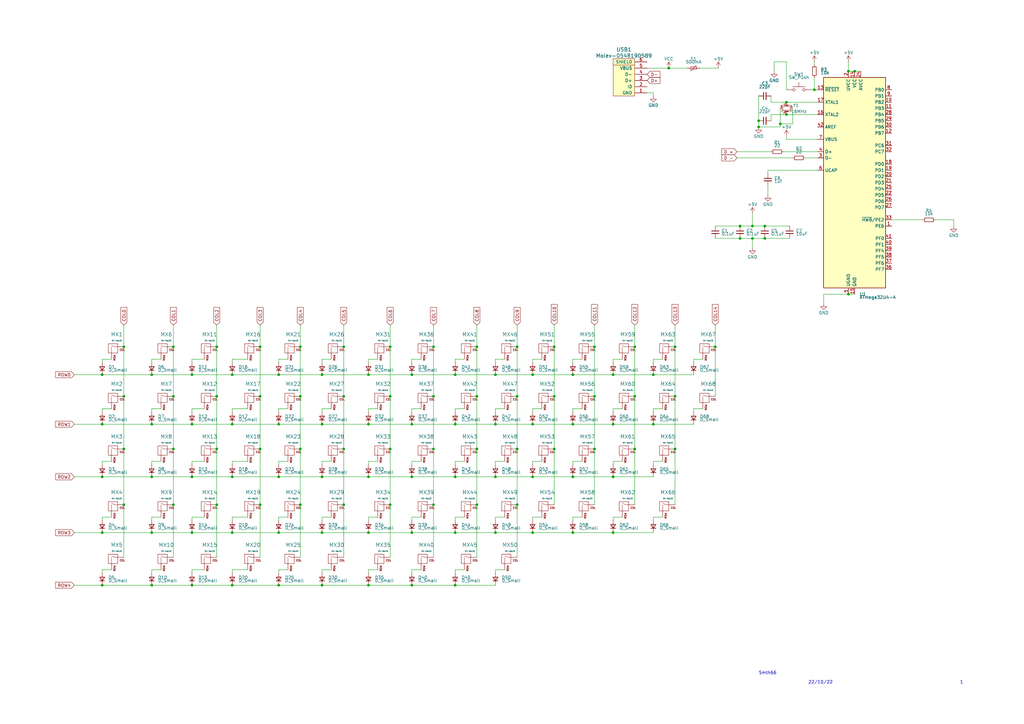
<source format=kicad_sch>
(kicad_sch (version 20220126) (generator eeschema)
  (paper "A3")
  (junction (at 186.69 240.03))
  (junction (at 243.84 184.15))
  (junction (at 106.68 184.15))
  (junction (at 195.58 162.56))
  (junction (at 78.74 195.58))
  (junction (at 308.61 97.79))
  (junction (at 251.46 153.67))
  (junction (at 168.91 173.99))
  (junction (at 106.68 162.56))
  (junction (at 243.84 162.56))
  (junction (at 276.86 184.15))
  (junction (at 62.23 218.44))
  (junction (at 311.15 49.53))
  (junction (at 212.09 184.15))
  (junction (at 227.33 162.56))
  (junction (at 95.25 240.03))
  (junction (at 218.44 173.99))
  (junction (at 177.8 162.56))
  (junction (at 168.91 153.67))
  (junction (at 123.19 184.15))
  (junction (at 274.32 27.94))
  (junction (at 227.33 184.15))
  (junction (at 114.3 240.03))
  (junction (at 41.91 153.67))
  (junction (at 303.53 92.71))
  (junction (at 71.12 184.15))
  (junction (at 71.12 142.24))
  (junction (at 260.35 142.24))
  (junction (at 195.58 184.15))
  (junction (at 218.44 153.67))
  (junction (at 227.33 142.24))
  (junction (at 347.98 29.21))
  (junction (at 114.3 218.44))
  (junction (at 78.74 218.44))
  (junction (at 140.97 162.56))
  (junction (at 132.08 240.03))
  (junction (at 251.46 195.58))
  (junction (at 212.09 162.56))
  (junction (at 78.74 153.67))
  (junction (at 50.8 207.01))
  (junction (at 151.13 153.67))
  (junction (at 95.25 153.67))
  (junction (at 41.91 195.58))
  (junction (at 234.95 153.67))
  (junction (at 234.95 195.58))
  (junction (at 267.97 173.99))
  (junction (at 50.8 142.24))
  (junction (at 267.97 153.67))
  (junction (at 132.08 218.44))
  (junction (at 71.12 207.01))
  (junction (at 186.69 173.99))
  (junction (at 151.13 240.03))
  (junction (at 140.97 142.24))
  (junction (at 95.25 218.44))
  (junction (at 71.12 162.56))
  (junction (at 114.3 153.67))
  (junction (at 313.69 92.71))
  (junction (at 260.35 162.56))
  (junction (at 132.08 153.67))
  (junction (at 88.9 142.24))
  (junction (at 132.08 173.99))
  (junction (at 195.58 207.01))
  (junction (at 186.69 195.58))
  (junction (at 151.13 195.58))
  (junction (at 243.84 142.24))
  (junction (at 160.02 142.24))
  (junction (at 168.91 218.44))
  (junction (at 313.69 97.79))
  (junction (at 123.19 207.01))
  (junction (at 203.2 173.99))
  (junction (at 140.97 184.15))
  (junction (at 195.58 142.24))
  (junction (at 186.69 218.44))
  (junction (at 151.13 173.99))
  (junction (at 160.02 207.01))
  (junction (at 251.46 173.99))
  (junction (at 334.01 36.83))
  (junction (at 160.02 162.56))
  (junction (at 62.23 240.03))
  (junction (at 311.15 52.07))
  (junction (at 106.68 142.24))
  (junction (at 322.58 46.99))
  (junction (at 218.44 195.58))
  (junction (at 41.91 173.99))
  (junction (at 160.02 184.15))
  (junction (at 114.3 195.58))
  (junction (at 177.8 207.01))
  (junction (at 106.68 207.01))
  (junction (at 350.52 29.21))
  (junction (at 212.09 207.01))
  (junction (at 320.04 50.8))
  (junction (at 260.35 184.15))
  (junction (at 140.97 207.01))
  (junction (at 78.74 173.99))
  (junction (at 50.8 184.15))
  (junction (at 276.86 162.56))
  (junction (at 114.3 173.99))
  (junction (at 177.8 142.24))
  (junction (at 276.86 142.24))
  (junction (at 78.74 240.03))
  (junction (at 168.91 240.03))
  (junction (at 203.2 153.67))
  (junction (at 293.37 142.24))
  (junction (at 151.13 218.44))
  (junction (at 186.69 153.67))
  (junction (at 50.8 162.56))
  (junction (at 95.25 195.58))
  (junction (at 168.91 195.58))
  (junction (at 234.95 218.44))
  (junction (at 251.46 218.44))
  (junction (at 88.9 207.01))
  (junction (at 88.9 162.56))
  (junction (at 88.9 184.15))
  (junction (at 218.44 218.44))
  (junction (at 62.23 195.58))
  (junction (at 62.23 173.99))
  (junction (at 123.19 162.56))
  (junction (at 303.53 97.79))
  (junction (at 203.2 195.58))
  (junction (at 132.08 195.58))
  (junction (at 41.91 240.03))
  (junction (at 322.58 41.91))
  (junction (at 123.19 142.24))
  (junction (at 203.2 218.44))
  (junction (at 234.95 173.99))
  (junction (at 177.8 184.15))
  (junction (at 62.23 153.67))
  (junction (at 41.91 218.44))
  (junction (at 95.25 173.99))
  (junction (at 347.98 120.65))
  (junction (at 308.61 92.71))
  (junction (at 212.09 142.24))
  (wire (pts (xy 234.95 212.09) (xy 234.95 213.36)))
  (wire (pts (xy 276.86 133.35) (xy 276.86 142.24)))
  (wire (pts (xy 118.11 189.23) (xy 114.3 189.23)))
  (wire (pts (xy 66.04 233.68) (xy 62.23 233.68)))
  (wire (pts (xy 66.04 189.23) (xy 62.23 189.23)))
  (wire (pts (xy 293.37 142.24) (xy 293.37 162.56)))
  (wire (pts (xy 101.6 233.68) (xy 95.25 233.68)))
  (wire (pts (xy 267.97 147.32) (xy 267.97 148.59)))
  (wire (pts (xy 271.78 147.32) (xy 267.97 147.32)))
  (wire (pts (xy 177.8 207.01) (xy 177.8 228.6)))
  (wire (pts (xy 45.72 147.32) (xy 41.91 147.32)))
  (wire (pts (xy 190.5 212.09) (xy 186.69 212.09)))
  (wire (pts (xy 78.74 167.64) (xy 78.74 168.91)))
  (wire (pts (xy 62.23 173.99) (xy 78.74 173.99)))
  (wire (pts (xy 218.44 167.64) (xy 218.44 168.91)))
  (wire (pts (xy 177.8 162.56) (xy 177.8 184.15)))
  (wire (pts (xy 154.94 212.09) (xy 151.13 212.09)))
  (wire (pts (xy 234.95 189.23) (xy 234.95 190.5)))
  (wire (pts (xy 160.02 184.15) (xy 160.02 207.01)))
  (wire (pts (xy 95.25 233.68) (xy 95.25 234.95)))
  (wire (pts (xy 234.95 195.58) (xy 251.46 195.58)))
  (wire (pts (xy 83.82 147.32) (xy 78.74 147.32)))
  (wire (pts (xy 114.3 167.64) (xy 114.3 168.91)))
  (wire (pts (xy 203.2 189.23) (xy 203.2 190.5)))
  (wire (pts (xy 218.44 189.23) (xy 218.44 190.5)))
  (wire (pts (xy 321.31 62.23) (xy 335.28 62.23)))
  (wire (pts (xy 30.48 195.58) (xy 41.91 195.58)))
  (wire (pts (xy 168.91 189.23) (xy 168.91 190.5)))
  (wire (pts (xy 118.11 212.09) (xy 114.3 212.09)))
  (wire (pts (xy 151.13 147.32) (xy 151.13 148.59)))
  (wire (pts (xy 203.2 233.68) (xy 203.2 234.95)))
  (wire (pts (xy 114.3 153.67) (xy 132.08 153.67)))
  (wire (pts (xy 322.58 36.83) (xy 322.58 25.4)))
  (wire (pts (xy 190.5 167.64) (xy 186.69 167.64)))
  (wire (pts (xy 154.94 147.32) (xy 151.13 147.32)))
  (wire (pts (xy 293.37 92.71) (xy 303.53 92.71)))
  (wire (pts (xy 140.97 142.24) (xy 140.97 162.56)))
  (wire (pts (xy 160.02 162.56) (xy 160.02 184.15)))
  (wire (pts (xy 317.5 25.4) (xy 317.5 29.21)))
  (wire (pts (xy 101.6 212.09) (xy 95.25 212.09)))
  (wire (pts (xy 276.86 142.24) (xy 276.86 162.56)))
  (wire (pts (xy 350.52 29.21) (xy 353.06 29.21)))
  (wire (pts (xy 123.19 207.01) (xy 123.19 228.6)))
  (wire (pts (xy 95.25 173.99) (xy 114.3 173.99)))
  (wire (pts (xy 168.91 153.67) (xy 186.69 153.67)))
  (wire (pts (xy 114.3 147.32) (xy 114.3 148.59)))
  (wire (pts (xy 62.23 189.23) (xy 62.23 190.5)))
  (wire (pts (xy 293.37 97.79) (xy 303.53 97.79)))
  (wire (pts (xy 114.3 233.68) (xy 114.3 234.95)))
  (wire (pts (xy 334.01 36.83) (xy 335.28 36.83)))
  (wire (pts (xy 347.98 120.65) (xy 337.82 120.65)))
  (wire (pts (xy 302.26 64.77) (xy 325.12 64.77)))
  (wire (pts (xy 308.61 97.79) (xy 308.61 101.6)))
  (wire (pts (xy 227.33 162.56) (xy 227.33 184.15)))
  (wire (pts (xy 168.91 233.68) (xy 168.91 234.95)))
  (wire (pts (xy 276.86 162.56) (xy 276.86 184.15)))
  (wire (pts (xy 222.25 189.23) (xy 218.44 189.23)))
  (wire (pts (xy 186.69 153.67) (xy 203.2 153.67)))
  (wire (pts (xy 186.69 189.23) (xy 186.69 190.5)))
  (wire (pts (xy 186.69 173.99) (xy 203.2 173.99)))
  (wire (pts (xy 267.97 38.1) (xy 267.97 39.37)))
  (wire (pts (xy 207.01 167.64) (xy 203.2 167.64)))
  (wire (pts (xy 195.58 142.24) (xy 195.58 162.56)))
  (wire (pts (xy 322.58 57.15) (xy 322.58 55.88)))
  (wire (pts (xy 114.3 240.03) (xy 132.08 240.03)))
  (wire (pts (xy 325.12 50.8) (xy 320.04 50.8)))
  (wire (pts (xy 222.25 212.09) (xy 218.44 212.09)))
  (wire (pts (xy 190.5 189.23) (xy 186.69 189.23)))
  (wire (pts (xy 41.91 195.58) (xy 62.23 195.58)))
  (wire (pts (xy 71.12 184.15) (xy 71.12 207.01)))
  (wire (pts (xy 293.37 133.35) (xy 293.37 142.24)))
  (wire (pts (xy 334.01 25.4) (xy 334.01 26.67)))
  (wire (pts (xy 207.01 147.32) (xy 203.2 147.32)))
  (wire (pts (xy 71.12 162.56) (xy 71.12 184.15)))
  (wire (pts (xy 78.74 233.68) (xy 78.74 234.95)))
  (wire (pts (xy 151.13 167.64) (xy 151.13 168.91)))
  (wire (pts (xy 151.13 212.09) (xy 151.13 213.36)))
  (wire (pts (xy 50.8 184.15) (xy 50.8 207.01)))
  (wire (pts (xy 106.68 142.24) (xy 106.68 162.56)))
  (wire (pts (xy 284.48 147.32) (xy 284.48 148.59)))
  (wire (pts (xy 118.11 147.32) (xy 114.3 147.32)))
  (wire (pts (xy 151.13 218.44) (xy 168.91 218.44)))
  (wire (pts (xy 151.13 195.58) (xy 168.91 195.58)))
  (wire (pts (xy 186.69 233.68) (xy 186.69 234.95)))
  (wire (pts (xy 195.58 162.56) (xy 195.58 184.15)))
  (wire (pts (xy 83.82 189.23) (xy 78.74 189.23)))
  (wire (pts (xy 177.8 142.24) (xy 177.8 162.56)))
  (wire (pts (xy 186.69 212.09) (xy 186.69 213.36)))
  (wire (pts (xy 260.35 133.35) (xy 260.35 142.24)))
  (wire (pts (xy 132.08 240.03) (xy 151.13 240.03)))
  (wire (pts (xy 234.95 218.44) (xy 251.46 218.44)))
  (wire (pts (xy 95.25 240.03) (xy 114.3 240.03)))
  (wire (pts (xy 62.23 218.44) (xy 78.74 218.44)))
  (wire (pts (xy 88.9 133.35) (xy 88.9 142.24)))
  (wire (pts (xy 186.69 240.03) (xy 203.2 240.03)))
  (wire (pts (xy 303.53 92.71) (xy 308.61 92.71)))
  (wire (pts (xy 62.23 153.67) (xy 78.74 153.67)))
  (wire (pts (xy 30.48 153.67) (xy 41.91 153.67)))
  (wire (pts (xy 212.09 207.01) (xy 212.09 228.6)))
  (wire (pts (xy 62.23 212.09) (xy 62.23 213.36)))
  (wire (pts (xy 251.46 147.32) (xy 251.46 148.59)))
  (wire (pts (xy 276.86 184.15) (xy 276.86 207.01)))
  (wire (pts (xy 251.46 173.99) (xy 267.97 173.99)))
  (wire (pts (xy 78.74 173.99) (xy 95.25 173.99)))
  (wire (pts (xy 172.72 233.68) (xy 168.91 233.68)))
  (wire (pts (xy 234.95 153.67) (xy 251.46 153.67)))
  (wire (pts (xy 218.44 212.09) (xy 218.44 213.36)))
  (wire (pts (xy 267.97 189.23) (xy 267.97 190.5)))
  (wire (pts (xy 207.01 233.68) (xy 203.2 233.68)))
  (wire (pts (xy 118.11 167.64) (xy 114.3 167.64)))
  (wire (pts (xy 132.08 189.23) (xy 132.08 190.5)))
  (wire (pts (xy 325.12 44.45) (xy 325.12 50.8)))
  (wire (pts (xy 332.74 36.83) (xy 334.01 36.83)))
  (wire (pts (xy 207.01 189.23) (xy 203.2 189.23)))
  (wire (pts (xy 251.46 218.44) (xy 267.97 218.44)))
  (wire (pts (xy 135.89 233.68) (xy 132.08 233.68)))
  (wire (pts (xy 95.25 153.67) (xy 114.3 153.67)))
  (wire (pts (xy 154.94 167.64) (xy 151.13 167.64)))
  (wire (pts (xy 132.08 195.58) (xy 151.13 195.58)))
  (wire (pts (xy 227.33 133.35) (xy 227.33 142.24)))
  (wire (pts (xy 243.84 142.24) (xy 243.84 162.56)))
  (wire (pts (xy 71.12 133.35) (xy 71.12 142.24)))
  (wire (pts (xy 62.23 195.58) (xy 78.74 195.58)))
  (wire (pts (xy 78.74 212.09) (xy 78.74 213.36)))
  (wire (pts (xy 203.2 167.64) (xy 203.2 168.91)))
  (wire (pts (xy 234.95 147.32) (xy 234.95 148.59)))
  (wire (pts (xy 95.25 189.23) (xy 95.25 190.5)))
  (wire (pts (xy 50.8 207.01) (xy 50.8 228.6)))
  (wire (pts (xy 186.69 167.64) (xy 186.69 168.91)))
  (wire (pts (xy 255.27 212.09) (xy 251.46 212.09)))
  (wire (pts (xy 311.15 49.53) (xy 311.15 39.37)))
  (wire (pts (xy 123.19 142.24) (xy 123.19 162.56)))
  (wire (pts (xy 114.3 189.23) (xy 114.3 190.5)))
  (wire (pts (xy 391.16 90.17) (xy 391.16 92.71)))
  (wire (pts (xy 238.76 147.32) (xy 234.95 147.32)))
  (wire (pts (xy 168.91 212.09) (xy 168.91 213.36)))
  (wire (pts (xy 168.91 147.32) (xy 168.91 148.59)))
  (wire (pts (xy 41.91 147.32) (xy 41.91 148.59)))
  (wire (pts (xy 316.23 46.99) (xy 316.23 49.53)))
  (wire (pts (xy 78.74 153.67) (xy 95.25 153.67)))
  (wire (pts (xy 255.27 167.64) (xy 251.46 167.64)))
  (wire (pts (xy 177.8 184.15) (xy 177.8 207.01)))
  (wire (pts (xy 172.72 189.23) (xy 168.91 189.23)))
  (wire (pts (xy 151.13 153.67) (xy 168.91 153.67)))
  (wire (pts (xy 62.23 147.32) (xy 62.23 148.59)))
  (wire (pts (xy 260.35 184.15) (xy 260.35 207.01)))
  (wire (pts (xy 203.2 212.09) (xy 203.2 213.36)))
  (wire (pts (xy 88.9 142.24) (xy 88.9 162.56)))
  (wire (pts (xy 168.91 218.44) (xy 186.69 218.44)))
  (wire (pts (xy 365.76 90.17) (xy 378.46 90.17)))
  (wire (pts (xy 222.25 147.32) (xy 218.44 147.32)))
  (wire (pts (xy 203.2 195.58) (xy 218.44 195.58)))
  (wire (pts (xy 62.23 167.64) (xy 62.23 168.91)))
  (wire (pts (xy 271.78 167.64) (xy 267.97 167.64)))
  (wire (pts (xy 41.91 173.99) (xy 62.23 173.99)))
  (wire (pts (xy 106.68 133.35) (xy 106.68 142.24)))
  (wire (pts (xy 45.72 167.64) (xy 41.91 167.64)))
  (wire (pts (xy 186.69 218.44) (xy 203.2 218.44)))
  (wire (pts (xy 347.98 25.4) (xy 347.98 29.21)))
  (wire (pts (xy 255.27 189.23) (xy 251.46 189.23)))
  (wire (pts (xy 251.46 153.67) (xy 267.97 153.67)))
  (wire (pts (xy 132.08 212.09) (xy 132.08 213.36)))
  (wire (pts (xy 322.58 41.91) (xy 316.23 41.91)))
  (wire (pts (xy 106.68 162.56) (xy 106.68 184.15)))
  (wire (pts (xy 260.35 162.56) (xy 260.35 184.15)))
  (wire (pts (xy 203.2 147.32) (xy 203.2 148.59)))
  (wire (pts (xy 218.44 195.58) (xy 234.95 195.58)))
  (wire (pts (xy 83.82 167.64) (xy 78.74 167.64)))
  (wire (pts (xy 50.8 162.56) (xy 50.8 184.15)))
  (wire (pts (xy 195.58 207.01) (xy 195.58 228.6)))
  (wire (pts (xy 140.97 162.56) (xy 140.97 184.15)))
  (wire (pts (xy 267.97 212.09) (xy 267.97 213.36)))
  (wire (pts (xy 322.58 41.91) (xy 335.28 41.91)))
  (wire (pts (xy 114.3 212.09) (xy 114.3 213.36)))
  (wire (pts (xy 288.29 147.32) (xy 284.48 147.32)))
  (wire (pts (xy 212.09 133.35) (xy 212.09 142.24)))
  (wire (pts (xy 135.89 147.32) (xy 132.08 147.32)))
  (wire (pts (xy 271.78 212.09) (xy 267.97 212.09)))
  (wire (pts (xy 195.58 184.15) (xy 195.58 207.01)))
  (wire (pts (xy 114.3 195.58) (xy 132.08 195.58)))
  (wire (pts (xy 83.82 212.09) (xy 78.74 212.09)))
  (wire (pts (xy 243.84 162.56) (xy 243.84 184.15)))
  (wire (pts (xy 314.96 76.2) (xy 314.96 80.01)))
  (wire (pts (xy 186.69 195.58) (xy 203.2 195.58)))
  (wire (pts (xy 260.35 142.24) (xy 260.35 162.56)))
  (wire (pts (xy 135.89 212.09) (xy 132.08 212.09)))
  (wire (pts (xy 383.54 90.17) (xy 391.16 90.17)))
  (wire (pts (xy 132.08 173.99) (xy 151.13 173.99)))
  (wire (pts (xy 172.72 147.32) (xy 168.91 147.32)))
  (wire (pts (xy 203.2 173.99) (xy 218.44 173.99)))
  (wire (pts (xy 30.48 173.99) (xy 41.91 173.99)))
  (wire (pts (xy 320.04 50.8) (xy 320.04 44.45)))
  (wire (pts (xy 88.9 207.01) (xy 88.9 228.6)))
  (wire (pts (xy 320.04 52.07) (xy 311.15 52.07)))
  (wire (pts (xy 347.98 29.21) (xy 350.52 29.21)))
  (wire (pts (xy 234.95 173.99) (xy 251.46 173.99)))
  (wire (pts (xy 313.69 97.79) (xy 323.85 97.79)))
  (wire (pts (xy 251.46 167.64) (xy 251.46 168.91)))
  (wire (pts (xy 308.61 97.79) (xy 313.69 97.79)))
  (wire (pts (xy 151.13 173.99) (xy 168.91 173.99)))
  (wire (pts (xy 66.04 167.64) (xy 62.23 167.64)))
  (wire (pts (xy 140.97 184.15) (xy 140.97 207.01)))
  (wire (pts (xy 41.91 218.44) (xy 62.23 218.44)))
  (wire (pts (xy 41.91 167.64) (xy 41.91 168.91)))
  (wire (pts (xy 132.08 153.67) (xy 151.13 153.67)))
  (wire (pts (xy 334.01 31.75) (xy 334.01 36.83)))
  (wire (pts (xy 212.09 142.24) (xy 212.09 162.56)))
  (wire (pts (xy 151.13 189.23) (xy 151.13 190.5)))
  (wire (pts (xy 271.78 189.23) (xy 267.97 189.23)))
  (wire (pts (xy 30.48 240.03) (xy 41.91 240.03)))
  (wire (pts (xy 132.08 147.32) (xy 132.08 148.59)))
  (wire (pts (xy 41.91 153.67) (xy 62.23 153.67)))
  (wire (pts (xy 251.46 212.09) (xy 251.46 213.36)))
  (wire (pts (xy 30.48 218.44) (xy 41.91 218.44)))
  (wire (pts (xy 203.2 218.44) (xy 218.44 218.44)))
  (wire (pts (xy 314.96 69.85) (xy 314.96 71.12)))
  (wire (pts (xy 123.19 133.35) (xy 123.19 142.24)))
  (wire (pts (xy 303.53 97.79) (xy 308.61 97.79)))
  (wire (pts (xy 337.82 120.65) (xy 337.82 124.46)))
  (wire (pts (xy 160.02 207.01) (xy 160.02 228.6)))
  (wire (pts (xy 78.74 240.03) (xy 95.25 240.03)))
  (wire (pts (xy 66.04 212.09) (xy 62.23 212.09)))
  (wire (pts (xy 207.01 212.09) (xy 203.2 212.09)))
  (wire (pts (xy 140.97 133.35) (xy 140.97 142.24)))
  (wire (pts (xy 322.58 46.99) (xy 316.23 46.99)))
  (wire (pts (xy 322.58 46.99) (xy 335.28 46.99)))
  (wire (pts (xy 114.3 173.99) (xy 132.08 173.99)))
  (wire (pts (xy 41.91 212.09) (xy 41.91 213.36)))
  (wire (pts (xy 274.32 27.94) (xy 281.94 27.94)))
  (wire (pts (xy 203.2 153.67) (xy 218.44 153.67)))
  (wire (pts (xy 123.19 184.15) (xy 123.19 207.01)))
  (wire (pts (xy 101.6 167.64) (xy 95.25 167.64)))
  (wire (pts (xy 62.23 233.68) (xy 62.23 234.95)))
  (wire (pts (xy 151.13 240.03) (xy 168.91 240.03)))
  (wire (pts (xy 160.02 133.35) (xy 160.02 142.24)))
  (wire (pts (xy 168.91 173.99) (xy 186.69 173.99)))
  (wire (pts (xy 78.74 189.23) (xy 78.74 190.5)))
  (wire (pts (xy 71.12 207.01) (xy 71.12 228.6)))
  (wire (pts (xy 168.91 240.03) (xy 186.69 240.03)))
  (wire (pts (xy 255.27 147.32) (xy 251.46 147.32)))
  (wire (pts (xy 195.58 133.35) (xy 195.58 142.24)))
  (wire (pts (xy 222.25 167.64) (xy 218.44 167.64)))
  (wire (pts (xy 186.69 147.32) (xy 186.69 148.59)))
  (wire (pts (xy 151.13 233.68) (xy 151.13 234.95)))
  (wire (pts (xy 88.9 162.56) (xy 88.9 184.15)))
  (wire (pts (xy 160.02 142.24) (xy 160.02 162.56)))
  (wire (pts (xy 95.25 167.64) (xy 95.25 168.91)))
  (wire (pts (xy 172.72 212.09) (xy 168.91 212.09)))
  (wire (pts (xy 83.82 233.68) (xy 78.74 233.68)))
  (wire (pts (xy 335.28 69.85) (xy 314.96 69.85)))
  (wire (pts (xy 308.61 87.63) (xy 308.61 92.71)))
  (wire (pts (xy 313.69 92.71) (xy 323.85 92.71)))
  (wire (pts (xy 41.91 240.03) (xy 62.23 240.03)))
  (wire (pts (xy 238.76 189.23) (xy 234.95 189.23)))
  (wire (pts (xy 330.2 64.77) (xy 335.28 64.77)))
  (wire (pts (xy 114.3 218.44) (xy 132.08 218.44)))
  (wire (pts (xy 95.25 195.58) (xy 114.3 195.58)))
  (wire (pts (xy 45.72 189.23) (xy 41.91 189.23)))
  (wire (pts (xy 78.74 195.58) (xy 95.25 195.58)))
  (wire (pts (xy 132.08 167.64) (xy 135.89 167.64)))
  (wire (pts (xy 177.8 133.35) (xy 177.8 142.24)))
  (wire (pts (xy 41.91 233.68) (xy 41.91 234.95)))
  (wire (pts (xy 218.44 173.99) (xy 234.95 173.99)))
  (wire (pts (xy 95.25 147.32) (xy 95.25 148.59)))
  (wire (pts (xy 45.72 212.09) (xy 41.91 212.09)))
  (wire (pts (xy 316.23 41.91) (xy 316.23 39.37)))
  (wire (pts (xy 154.94 233.68) (xy 151.13 233.68)))
  (wire (pts (xy 322.58 57.15) (xy 335.28 57.15)))
  (wire (pts (xy 267.97 173.99) (xy 284.48 173.99)))
  (wire (pts (xy 350.52 120.65) (xy 347.98 120.65)))
  (wire (pts (xy 238.76 167.64) (xy 234.95 167.64)))
  (wire (pts (xy 320.04 50.8) (xy 320.04 52.07)))
  (wire (pts (xy 284.48 167.64) (xy 284.48 168.91)))
  (wire (pts (xy 41.91 189.23) (xy 41.91 190.5)))
  (wire (pts (xy 265.43 38.1) (xy 267.97 38.1)))
  (wire (pts (xy 132.08 218.44) (xy 151.13 218.44)))
  (wire (pts (xy 66.04 147.32) (xy 62.23 147.32)))
  (wire (pts (xy 45.72 233.68) (xy 41.91 233.68)))
  (wire (pts (xy 227.33 184.15) (xy 227.33 207.01)))
  (wire (pts (xy 243.84 133.35) (xy 243.84 142.24)))
  (wire (pts (xy 168.91 167.64) (xy 168.91 168.91)))
  (wire (pts (xy 135.89 189.23) (xy 132.08 189.23)))
  (wire (pts (xy 123.19 162.56) (xy 123.19 184.15)))
  (wire (pts (xy 88.9 184.15) (xy 88.9 207.01)))
  (wire (pts (xy 251.46 195.58) (xy 267.97 195.58)))
  (wire (pts (xy 218.44 153.67) (xy 234.95 153.67)))
  (wire (pts (xy 50.8 142.24) (xy 50.8 162.56)))
  (wire (pts (xy 234.95 167.64) (xy 234.95 168.91)))
  (wire (pts (xy 154.94 189.23) (xy 151.13 189.23)))
  (wire (pts (xy 132.08 233.68) (xy 132.08 234.95)))
  (wire (pts (xy 212.09 162.56) (xy 212.09 184.15)))
  (wire (pts (xy 311.15 52.07) (xy 311.15 49.53)))
  (wire (pts (xy 168.91 195.58) (xy 186.69 195.58)))
  (wire (pts (xy 265.43 27.94) (xy 274.32 27.94)))
  (wire (pts (xy 101.6 147.32) (xy 95.25 147.32)))
  (wire (pts (xy 132.08 167.64) (xy 132.08 168.91)))
  (wire (pts (xy 78.74 218.44) (xy 95.25 218.44)))
  (wire (pts (xy 267.97 153.67) (xy 284.48 153.67)))
  (wire (pts (xy 218.44 218.44) (xy 234.95 218.44)))
  (wire (pts (xy 322.58 25.4) (xy 317.5 25.4)))
  (wire (pts (xy 172.72 167.64) (xy 168.91 167.64)))
  (wire (pts (xy 140.97 207.01) (xy 140.97 228.6)))
  (wire (pts (xy 62.23 240.03) (xy 78.74 240.03)))
  (wire (pts (xy 243.84 184.15) (xy 243.84 207.01)))
  (wire (pts (xy 288.29 167.64) (xy 284.48 167.64)))
  (wire (pts (xy 308.61 92.71) (xy 313.69 92.71)))
  (wire (pts (xy 71.12 142.24) (xy 71.12 162.56)))
  (wire (pts (xy 238.76 212.09) (xy 234.95 212.09)))
  (wire (pts (xy 190.5 233.68) (xy 186.69 233.68)))
  (wire (pts (xy 227.33 142.24) (xy 227.33 162.56)))
  (wire (pts (xy 251.46 189.23) (xy 251.46 190.5)))
  (wire (pts (xy 302.26 62.23) (xy 316.23 62.23)))
  (wire (pts (xy 78.74 147.32) (xy 78.74 148.59)))
  (wire (pts (xy 95.25 218.44) (xy 114.3 218.44)))
  (wire (pts (xy 267.97 167.64) (xy 267.97 168.91)))
  (wire (pts (xy 212.09 184.15) (xy 212.09 207.01)))
  (wire (pts (xy 190.5 147.32) (xy 186.69 147.32)))
  (wire (pts (xy 218.44 147.32) (xy 218.44 148.59)))
  (wire (pts (xy 106.68 207.01) (xy 106.68 228.6)))
  (wire (pts (xy 118.11 233.68) (xy 114.3 233.68)))
  (wire (pts (xy 50.8 133.35) (xy 50.8 142.24)))
  (wire (pts (xy 95.25 212.09) (xy 95.25 213.36)))
  (wire (pts (xy 101.6 189.23) (xy 95.25 189.23)))
  (wire (pts (xy 287.02 27.94) (xy 294.64 27.94)))
  (wire (pts (xy 106.68 184.15) (xy 106.68 207.01)))
  (text "Smth66" (at 311.15 276.86 0) (effects (font (size 1.27 1.27)) (justify left bottom)))
  (text "22/10/22\n" (at 331.47 280.67 0) (effects (font (size 1.27 1.27)) (justify left bottom)))
  (text "1" (at 393.7 280.67 0) (effects (font (size 1.27 1.27)) (justify left bottom)))
  (global_label "COL14" (shape input) (at 293.37 133.35 90) (property "Intersheetrefs" "${INTERSHEET_REFS}" (effects hide)))
  (global_label "COL3" (shape input) (at 106.68 133.35 90) (property "Intersheetrefs" "${INTERSHEET_REFS}" (effects hide)))
  (global_label "COL5" (shape input) (at 140.97 133.35 90) (property "Intersheetrefs" "${INTERSHEET_REFS}" (effects hide)))
  (global_label "D+" (shape input) (at 265.43 33.02 0) (property "Intersheetrefs" "${INTERSHEET_REFS}" (effects hide)))
  (global_label "D-" (shape input) (at 265.43 30.48 0) (property "Intersheetrefs" "${INTERSHEET_REFS}" (effects hide)))
  (global_label "ROW0" (shape input) (at 30.48 153.67 180) (property "Intersheetrefs" "${INTERSHEET_REFS}" (effects hide)))
  (global_label "COL7" (shape input) (at 177.8 133.35 90) (property "Intersheetrefs" "${INTERSHEET_REFS}" (effects hide)))
  (global_label "COL1" (shape input) (at 71.12 133.35 90) (property "Intersheetrefs" "${INTERSHEET_REFS}" (effects hide)))
  (global_label "COL9" (shape input) (at 212.09 133.35 90) (property "Intersheetrefs" "${INTERSHEET_REFS}" (effects hide)))
  (global_label "ROW1" (shape input) (at 30.48 173.99 180) (property "Intersheetrefs" "${INTERSHEET_REFS}" (effects hide)))
  (global_label "COL6" (shape input) (at 160.02 133.35 90) (property "Intersheetrefs" "${INTERSHEET_REFS}" (effects hide)))
  (global_label "ROW2" (shape input) (at 30.48 195.58 180) (property "Intersheetrefs" "${INTERSHEET_REFS}" (effects hide)))
  (global_label "ROW4" (shape input) (at 30.48 240.03 180) (property "Intersheetrefs" "${INTERSHEET_REFS}" (effects hide)))
  (global_label "D +" (shape input) (at 302.26 62.23 180) (property "Intersheetrefs" "${INTERSHEET_REFS}" (effects hide)))
  (global_label "COL12" (shape input) (at 260.35 133.35 90) (property "Intersheetrefs" "${INTERSHEET_REFS}" (effects hide)))
  (global_label "COL0" (shape input) (at 50.8 133.35 90) (property "Intersheetrefs" "${INTERSHEET_REFS}" (effects hide)))
  (global_label "ROW3" (shape input) (at 30.48 218.44 180) (property "Intersheetrefs" "${INTERSHEET_REFS}" (effects hide)))
  (global_label "COL8" (shape input) (at 195.58 133.35 90) (property "Intersheetrefs" "${INTERSHEET_REFS}" (effects hide)))
  (global_label "COL2" (shape input) (at 88.9 133.35 90) (property "Intersheetrefs" "${INTERSHEET_REFS}" (effects hide)))
  (global_label "D -" (shape input) (at 302.26 64.77 180) (property "Intersheetrefs" "${INTERSHEET_REFS}" (effects hide)))
  (global_label "COL4" (shape input) (at 123.19 133.35 90) (property "Intersheetrefs" "${INTERSHEET_REFS}" (effects hide)))
  (global_label "COL11" (shape input) (at 243.84 133.35 90) (property "Intersheetrefs" "${INTERSHEET_REFS}" (effects hide)))
  (global_label "COL10" (shape input) (at 227.33 133.35 90) (property "Intersheetrefs" "${INTERSHEET_REFS}" (effects hide)))
  (global_label "COL13" (shape input) (at 276.86 133.35 90) (property "Intersheetrefs" "${INTERSHEET_REFS}" (effects hide)))
  (symbol (lib_id "Device:D_Small") (at 78.74 151.13 90) (unit 1)
    (property "Reference" "D11" (at 81.28 150.495 90) (effects (justify right)))
    (property "Value" "D_Small" (at 81.28 151.765 90) (effects (justify right)))
    (property "Footprint" "Diode_SMD:D_SOD-123" (effects hide))
  )
  (symbol (lib_id "MX_Alps_Hybrid:MX-NoLED") (at 156.21 208.28 0) (unit 1)
    (property "Reference" "MX34" (at 157.1075 201.93 0) (effects (font (size 1.524 1.524))))
    (property "Value" "MX-NoLED" (at 157.1075 204.47 0) (effects (font (size 0.508 0.508))))
    (property "Footprint" "MX_Alps_Hybrid:MX-1U-NoLED" (effects hide))
  )
  (symbol (lib_id "power:GND") (at 391.16 92.71 0) (unit 1)
    (property "Reference" "#PWR0103" (effects hide))
    (property "Value" "GND" (at 391.16 96.52 0))
  )
  (symbol (lib_id "Device:D_Small") (at 78.74 171.45 90) (unit 1)
    (property "Reference" "D12" (at 81.28 170.815 90) (effects (justify right)))
    (property "Value" "D_Small" (at 81.28 172.085 90) (effects (justify right)))
    (property "Footprint" "Diode_SMD:D_SOD-123" (effects hide))
  )
  (symbol (lib_name "MX-NoLED_1") (lib_id "MX_Alps_Hybrid:MX-NoLED") (at 273.05 143.51 0) (unit 1)
    (property "Reference" "MX63" (at 273.9475 137.16 0) (effects (font (size 1.524 1.524))))
    (property "Value" "MX-NoLED" (at 273.9475 139.7 0) (effects (font (size 0.508 0.508))))
    (property "Footprint" "MX_Alps_Hybrid:MX-2U-NoLED" (effects hide))
  )
  (symbol (lib_name "MX-NoLED_2") (lib_id "MX_Alps_Hybrid:MX-NoLED") (at 137.16 163.83 0) (unit 1)
    (property "Reference" "MX27" (at 138.0575 157.48 0) (effects (font (size 1.524 1.524))))
    (property "Value" "MX-NoLED" (at 138.0575 160.02 0) (effects (font (size 0.508 0.508))))
    (property "Footprint" "MX_Alps_Hybrid:MX-1U-NoLED" (effects hide))
  )
  (symbol (lib_id "Device:D_Small") (at 203.2 151.13 90) (unit 1)
    (property "Reference" "D46" (at 205.74 150.495 90) (effects (justify right)))
    (property "Value" "D_Small" (at 205.74 151.765 90) (effects (justify right)))
    (property "Footprint" "Diode_SMD:D_SOD-123" (effects hide))
  )
  (symbol (lib_id "Device:D_Small") (at 284.48 151.13 90) (unit 1)
    (property "Reference" "D67" (at 287.02 150.495 90) (effects (justify right)))
    (property "Value" "D_Small" (at 287.02 151.765 90) (effects (justify right)))
    (property "Footprint" "Diode_SMD:D_SOD-123" (effects hide))
  )
  (symbol (lib_id "MX_Alps_Hybrid:MX-NoLED") (at 208.28 185.42 0) (unit 1)
    (property "Reference" "MX48" (at 209.1775 179.07 0) (effects (font (size 1.524 1.524))))
    (property "Value" "MX-NoLED" (at 209.1775 181.61 0) (effects (font (size 0.508 0.508))))
    (property "Footprint" "MX_Alps_Hybrid:MX-1U-NoLED" (effects hide))
  )
  (symbol (lib_name "MX-NoLED_1") (lib_id "MX_Alps_Hybrid:MX-NoLED") (at 289.56 143.51 0) (unit 1)
    (property "Reference" "MX67" (at 290.4575 137.16 0) (effects (font (size 1.524 1.524))))
    (property "Value" "MX-NoLED" (at 290.4575 139.7 0) (effects (font (size 0.508 0.508))))
    (property "Footprint" "MX_Alps_Hybrid:MX-1U-NoLED" (effects hide))
  )
  (symbol (lib_id "Device:D_Small") (at 95.25 237.49 90) (unit 1)
    (property "Reference" "D20" (at 97.79 236.855 90) (effects (justify right)))
    (property "Value" "D_Small" (at 97.79 238.125 90) (effects (justify right)))
    (property "Footprint" "Diode_SMD:D_SOD-123" (effects hide))
  )
  (symbol (lib_name "MX-NoLED_1") (lib_id "MX_Alps_Hybrid:MX-NoLED") (at 156.21 143.51 0) (unit 1)
    (property "Reference" "MX31" (at 157.1075 137.16 0) (effects (font (size 1.524 1.524))))
    (property "Value" "MX-NoLED" (at 157.1075 139.7 0) (effects (font (size 0.508 0.508))))
    (property "Footprint" "MX_Alps_Hybrid:MX-1U-NoLED" (effects hide))
  )
  (symbol (lib_id "Device:Polyfuse_Small") (at 284.48 27.94 90) (unit 1)
    (property "Reference" "F1" (at 284.48 24.13 90))
    (property "Value" "500mA" (at 284.48 25.4 90))
    (property "Footprint" "Fuse:Fuse_1206_3216Metric" (effects hide))
  )
  (symbol (lib_id "Device:D_Small") (at 151.13 237.49 90) (unit 1)
    (property "Reference" "D35" (at 153.67 236.855 90) (effects (justify right)))
    (property "Value" "D_Small" (at 153.67 238.125 90) (effects (justify right)))
    (property "Footprint" "Diode_SMD:D_SOD-123" (effects hide))
  )
  (symbol (lib_name "MX-NoLED_1") (lib_id "MX_Alps_Hybrid:MX-NoLED") (at 191.77 143.51 0) (unit 1)
    (property "Reference" "MX41" (at 192.6675 137.16 0) (effects (font (size 1.524 1.524))))
    (property "Value" "MX-NoLED" (at 192.6675 139.7 0) (effects (font (size 0.508 0.508))))
    (property "Footprint" "MX_Alps_Hybrid:MX-1U-NoLED" (effects hide))
  )
  (symbol (lib_id "MX_Alps_Hybrid:MX-NoLED") (at 173.99 208.28 0) (unit 1)
    (property "Reference" "MX39" (at 174.8875 201.93 0) (effects (font (size 1.524 1.524))))
    (property "Value" "MX-NoLED" (at 174.8875 204.47 0) (effects (font (size 0.508 0.508))))
    (property "Footprint" "MX_Alps_Hybrid:MX-1U-NoLED" (effects hide))
  )
  (symbol (lib_id "MX_Alps_Hybrid:MX-NoLED") (at 256.54 185.42 0) (unit 1)
    (property "Reference" "MX61" (at 257.4375 179.07 0) (effects (font (size 1.524 1.524))))
    (property "Value" "MX-NoLED" (at 257.4375 181.61 0) (effects (font (size 0.508 0.508))))
    (property "Footprint" "MX_Alps_Hybrid:MX-2.25U-NoLED" (effects hide))
  )
  (symbol (lib_id "Device:D_Small") (at 251.46 171.45 90) (unit 1)
    (property "Reference" "D60" (at 254 170.815 90) (effects (justify right)))
    (property "Value" "D_Small" (at 254 172.085 90) (effects (justify right)))
    (property "Footprint" "Diode_SMD:D_SOD-123" (effects hide))
  )
  (symbol (lib_id "MX_Alps_Hybrid:MX-NoLED") (at 173.99 229.87 0) (unit 1)
    (property "Reference" "MX40" (at 174.8875 223.52 0) (effects (font (size 1.524 1.524))))
    (property "Value" "MX-NoLED" (at 174.8875 226.06 0) (effects (font (size 0.508 0.508))))
    (property "Footprint" "MX_Alps_Hybrid:MX-1U-NoLED" (effects hide))
  )
  (symbol (lib_id "Device:D_Small") (at 78.74 193.04 90) (unit 1)
    (property "Reference" "D13" (at 81.28 192.405 90) (effects (justify right)))
    (property "Value" "D_Small" (at 81.28 193.675 90) (effects (justify right)))
    (property "Footprint" "Diode_SMD:D_SOD-123" (effects hide))
  )
  (symbol (lib_id "Device:D_Small") (at 41.91 171.45 90) (unit 1)
    (property "Reference" "D2" (at 44.45 170.815 90) (effects (justify right)))
    (property "Value" "D_Small" (at 44.45 172.085 90) (effects (justify right)))
    (property "Footprint" "Diode_SMD:D_SOD-123" (effects hide))
  )
  (symbol (lib_id "power:GND") (at 337.82 124.46 0) (unit 1)
    (property "Reference" "#PWR0101" (effects hide))
    (property "Value" "GND" (at 337.82 128.27 0))
  )
  (symbol (lib_name "MX-NoLED_1") (lib_id "MX_Alps_Hybrid:MX-NoLED") (at 240.03 143.51 0) (unit 1)
    (property "Reference" "MX55" (at 240.9275 137.16 0) (effects (font (size 1.524 1.524))))
    (property "Value" "MX-NoLED" (at 240.9275 139.7 0) (effects (font (size 0.508 0.508))))
    (property "Footprint" "MX_Alps_Hybrid:MX-1U-NoLED" (effects hide))
  )
  (symbol (lib_id "power:+5V") (at 294.64 27.94 0) (unit 1)
    (property "Reference" "#PWR0113" (effects hide))
    (property "Value" "+5V" (at 294.64 24.13 0))
  )
  (symbol (lib_id "Device:D_Small") (at 62.23 151.13 90) (unit 1)
    (property "Reference" "D6" (at 64.77 150.495 90) (effects (justify right)))
    (property "Value" "D_Small" (at 64.77 151.765 90) (effects (justify right)))
    (property "Footprint" "Diode_SMD:D_SOD-123" (effects hide))
  )
  (symbol (lib_id "Device:D_Small") (at 234.95 215.9 90) (unit 1)
    (property "Reference" "D58" (at 237.49 215.265 90) (effects (justify right)))
    (property "Value" "D_Small" (at 237.49 216.535 90) (effects (justify right)))
    (property "Footprint" "Diode_SMD:D_SOD-123" (effects hide))
  )
  (symbol (lib_id "Device:C_Small") (at 313.69 95.25 0) (unit 1)
    (property "Reference" "C5" (at 316.23 94.6213 0) (effects (justify left)))
    (property "Value" "0.1uF" (at 316.23 95.8913 0) (effects (justify left)))
    (property "Footprint" "Capacitor_SMD:C_0805_2012Metric" (effects hide))
  )
  (symbol (lib_name "MX-NoLED_2") (lib_id "MX_Alps_Hybrid:MX-NoLED") (at 119.38 163.83 0) (unit 1)
    (property "Reference" "MX22" (at 120.2775 157.48 0) (effects (font (size 1.524 1.524))))
    (property "Value" "MX-NoLED" (at 120.2775 160.02 0) (effects (font (size 0.508 0.508))))
    (property "Footprint" "MX_Alps_Hybrid:MX-1U-NoLED" (effects hide))
  )
  (symbol (lib_id "Device:C_Small") (at 313.69 39.37 90) (unit 1)
    (property "Reference" "C3" (at 313.6963 34.29 90))
    (property "Value" "22pF" (at 313.6963 35.56 90))
    (property "Footprint" "Capacitor_SMD:C_0805_2012Metric" (effects hide))
  )
  (symbol (lib_name "MX-NoLED_2") (lib_id "MX_Alps_Hybrid:MX-NoLED") (at 191.77 163.83 0) (unit 1)
    (property "Reference" "MX42" (at 192.6675 157.48 0) (effects (font (size 1.524 1.524))))
    (property "Value" "MX-NoLED" (at 192.6675 160.02 0) (effects (font (size 0.508 0.508))))
    (property "Footprint" "MX_Alps_Hybrid:MX-1U-NoLED" (effects hide))
  )
  (symbol (lib_name "MX-NoLED_2") (lib_id "MX_Alps_Hybrid:MX-NoLED") (at 102.87 163.83 0) (unit 1)
    (property "Reference" "MX17" (at 103.7675 157.48 0) (effects (font (size 1.524 1.524))))
    (property "Value" "MX-NoLED" (at 103.7675 160.02 0) (effects (font (size 0.508 0.508))))
    (property "Footprint" "MX_Alps_Hybrid:MX-1U-NoLED" (effects hide))
  )
  (symbol (lib_id "MX_Alps_Hybrid:MX-NoLED") (at 240.03 185.42 0) (unit 1)
    (property "Reference" "MX57" (at 240.9275 179.07 0) (effects (font (size 1.524 1.524))))
    (property "Value" "MX-NoLED" (at 240.9275 181.61 0) (effects (font (size 0.508 0.508))))
    (property "Footprint" "MX_Alps_Hybrid:MX-1U-NoLED" (effects hide))
  )
  (symbol (lib_id "Device:D_Small") (at 234.95 193.04 90) (unit 1)
    (property "Reference" "D57" (at 237.49 192.405 90) (effects (justify right)))
    (property "Value" "D_Small" (at 237.49 193.675 90) (effects (justify right)))
    (property "Footprint" "Diode_SMD:D_SOD-123" (effects hide))
  )
  (symbol (lib_id "MX_Alps_Hybrid:MX-NoLED") (at 137.16 229.87 0) (unit 1)
    (property "Reference" "MX30" (at 138.0575 223.52 0) (effects (font (size 1.524 1.524))))
    (property "Value" "MX-NoLED" (at 138.0575 226.06 0) (effects (font (size 0.508 0.508))))
    (property "Footprint" "MX_Alps_Hybrid:MX-1.25U-NoLED" (effects hide))
  )
  (symbol (lib_id "power:VCC") (at 274.32 27.94 0) (unit 1)
    (property "Reference" "#PWR0112" (effects hide))
    (property "Value" "VCC" (at 274.32 24.13 0))
  )
  (symbol (lib_id "Device:D_Small") (at 251.46 215.9 90) (unit 1)
    (property "Reference" "D62" (at 254 215.265 90) (effects (justify right)))
    (property "Value" "D_Small" (at 254 216.535 90) (effects (justify right)))
    (property "Footprint" "Diode_SMD:D_SOD-123" (effects hide))
  )
  (symbol (lib_name "MX-NoLED_2") (lib_id "MX_Alps_Hybrid:MX-NoLED") (at 240.03 163.83 0) (unit 1)
    (property "Reference" "MX56" (at 240.9275 157.48 0) (effects (font (size 1.524 1.524))))
    (property "Value" "MX-NoLED" (at 240.9275 160.02 0) (effects (font (size 0.508 0.508))))
    (property "Footprint" "MX_Alps_Hybrid:MX-1U-NoLED" (effects hide))
  )
  (symbol (lib_id "Device:D_Small") (at 186.69 237.49 90) (unit 1)
    (property "Reference" "D45" (at 189.23 236.855 90) (effects (justify right)))
    (property "Value" "D_Small" (at 189.23 238.125 90) (effects (justify right)))
    (property "Footprint" "Diode_SMD:D_SOD-123" (effects hide))
  )
  (symbol (lib_id "Device:D_Small") (at 218.44 171.45 90) (unit 1)
    (property "Reference" "D52" (at 220.98 170.815 90) (effects (justify right)))
    (property "Value" "D_Small" (at 220.98 172.085 90) (effects (justify right)))
    (property "Footprint" "Diode_SMD:D_SOD-123" (effects hide))
  )
  (symbol (lib_id "Device:D_Small") (at 95.25 171.45 90) (unit 1)
    (property "Reference" "D17" (at 97.79 170.815 90) (effects (justify right)))
    (property "Value" "D_Small" (at 97.79 172.085 90) (effects (justify right)))
    (property "Footprint" "Diode_SMD:D_SOD-123" (effects hide))
  )
  (symbol (lib_id "Switch:SW_Push") (at 327.66 36.83 0) (unit 1)
    (property "Reference" "SW1" (at 327.66 30.48 0))
    (property "Value" "SW_Push" (at 327.66 31.75 0))
    (property "Footprint" "random-keyboard-parts:SKQG-1155865" (effects hide))
  )
  (symbol (lib_id "Device:D_Small") (at 62.23 193.04 90) (unit 1)
    (property "Reference" "D8" (at 64.77 192.405 90) (effects (justify right)))
    (property "Value" "D_Small" (at 64.77 193.675 90) (effects (justify right)))
    (property "Footprint" "Diode_SMD:D_SOD-123" (effects hide))
  )
  (symbol (lib_id "Device:D_Small") (at 95.25 193.04 90) (unit 1)
    (property "Reference" "D18" (at 97.79 192.405 90) (effects (justify right)))
    (property "Value" "D_Small" (at 97.79 193.675 90) (effects (justify right)))
    (property "Footprint" "Diode_SMD:D_SOD-123" (effects hide))
  )
  (symbol (lib_id "Device:D_Small") (at 234.95 171.45 90) (unit 1)
    (property "Reference" "D56" (at 237.49 170.815 90) (effects (justify right)))
    (property "Value" "D_Small" (at 237.49 172.085 90) (effects (justify right)))
    (property "Footprint" "Diode_SMD:D_SOD-123" (effects hide))
  )
  (symbol (lib_id "Device:D_Small") (at 267.97 171.45 90) (unit 1)
    (property "Reference" "D64" (at 270.51 170.815 90) (effects (justify right)))
    (property "Value" "D_Small" (at 270.51 172.085 90) (effects (justify right)))
    (property "Footprint" "Diode_SMD:D_SOD-123" (effects hide))
  )
  (symbol (lib_id "MX_Alps_Hybrid:MX-NoLED") (at 67.31 229.87 0) (unit 1)
    (property "Reference" "MX10" (at 68.2075 223.52 0) (effects (font (size 1.524 1.524))))
    (property "Value" "MX-NoLED" (at 68.2075 226.06 0) (effects (font (size 0.508 0.508))))
    (property "Footprint" "MX_Alps_Hybrid:MX-1U-NoLED" (effects hide))
  )
  (symbol (lib_name "MX-NoLED_2") (lib_id "MX_Alps_Hybrid:MX-NoLED") (at 289.56 163.83 0) (unit 1)
    (property "Reference" "MX68" (at 290.4575 157.48 0) (effects (font (size 1.524 1.524))))
    (property "Value" "MX-NoLED" (at 290.4575 160.02 0) (effects (font (size 0.508 0.508))))
    (property "Footprint" "MX_Alps_Hybrid:MX-1U-NoLED" (effects hide))
  )
  (symbol (lib_id "Device:D_Small") (at 267.97 193.04 90) (unit 1)
    (property "Reference" "D65" (at 270.51 192.405 90) (effects (justify right)))
    (property "Value" "D_Small" (at 270.51 193.675 90) (effects (justify right)))
    (property "Footprint" "Diode_SMD:D_SOD-123" (effects hide))
  )
  (symbol (lib_id "MX_Alps_Hybrid:MX-NoLED") (at 85.09 185.42 0) (unit 1)
    (property "Reference" "MX13" (at 85.9875 179.07 0) (effects (font (size 1.524 1.524))))
    (property "Value" "MX-NoLED" (at 85.9875 181.61 0) (effects (font (size 0.508 0.508))))
    (property "Footprint" "MX_Alps_Hybrid:MX-1U-NoLED" (effects hide))
  )
  (symbol (lib_id "Device:D_Small") (at 132.08 237.49 90) (unit 1)
    (property "Reference" "D30" (at 134.62 236.855 90) (effects (justify right)))
    (property "Value" "D_Small" (at 134.62 238.125 90) (effects (justify right)))
    (property "Footprint" "Diode_SMD:D_SOD-123" (effects hide))
  )
  (symbol (lib_id "Device:D_Small") (at 168.91 151.13 90) (unit 1)
    (property "Reference" "D36" (at 171.45 150.495 90) (effects (justify right)))
    (property "Value" "D_Small" (at 171.45 151.765 90) (effects (justify right)))
    (property "Footprint" "Diode_SMD:D_SOD-123" (effects hide))
  )
  (symbol (lib_name "MX-NoLED_1") (lib_id "MX_Alps_Hybrid:MX-NoLED") (at 102.87 143.51 0) (unit 1)
    (property "Reference" "MX16" (at 103.7675 137.16 0) (effects (font (size 1.524 1.524))))
    (property "Value" "MX-NoLED" (at 103.7675 139.7 0) (effects (font (size 0.508 0.508))))
    (property "Footprint" "MX_Alps_Hybrid:MX-1U-NoLED" (effects hide))
  )
  (symbol (lib_id "Device:D_Small") (at 203.2 193.04 90) (unit 1)
    (property "Reference" "D48" (at 205.74 192.405 90) (effects (justify right)))
    (property "Value" "D_Small" (at 205.74 193.675 90) (effects (justify right)))
    (property "Footprint" "Diode_SMD:D_SOD-123" (effects hide))
  )
  (symbol (lib_id "MX_Alps_Hybrid:MX-NoLED") (at 208.28 208.28 0) (unit 1)
    (property "Reference" "MX49" (at 209.1775 201.93 0) (effects (font (size 1.524 1.524))))
    (property "Value" "MX-NoLED" (at 209.1775 204.47 0) (effects (font (size 0.508 0.508))))
    (property "Footprint" "MX_Alps_Hybrid:MX-1U-NoLED" (effects hide))
  )
  (symbol (lib_id "Device:D_Small") (at 62.23 215.9 90) (unit 1)
    (property "Reference" "D9" (at 64.77 215.265 90) (effects (justify right)))
    (property "Value" "D_Small" (at 64.77 216.535 90) (effects (justify right)))
    (property "Footprint" "Diode_SMD:D_SOD-123" (effects hide))
  )
  (symbol (lib_id "Device:D_Small") (at 78.74 215.9 90) (unit 1)
    (property "Reference" "D14" (at 81.28 215.265 90) (effects (justify right)))
    (property "Value" "D_Small" (at 81.28 216.535 90) (effects (justify right)))
    (property "Footprint" "Diode_SMD:D_SOD-123" (effects hide))
  )
  (symbol (lib_id "MX_Alps_Hybrid:MX-NoLED") (at 46.99 143.51 0) (unit 1)
    (property "Reference" "MX1" (at 47.8875 137.16 0) (effects (font (size 1.524 1.524))))
    (property "Value" "MX-NoLED" (at 47.8875 139.7 0) (effects (font (size 0.508 0.508))))
    (property "Footprint" "MX_Alps_Hybrid:MX-1U-NoLED" (effects hide))
  )
  (symbol (lib_id "Device:C_Small") (at 313.69 49.53 90) (unit 1)
    (property "Reference" "C4" (at 313.6963 44.45 90))
    (property "Value" "22pF" (at 313.6963 45.72 90))
    (property "Footprint" "Capacitor_SMD:C_0805_2012Metric" (effects hide))
  )
  (symbol (lib_id "Device:D_Small") (at 284.48 171.45 90) (unit 1)
    (property "Reference" "D68" (at 287.02 170.815 90) (effects (justify right)))
    (property "Value" "D_Small" (at 287.02 172.085 90) (effects (justify right)))
    (property "Footprint" "Diode_SMD:D_SOD-123" (effects hide))
  )
  (symbol (lib_id "MX_Alps_Hybrid:MX-NoLED") (at 156.21 185.42 0) (unit 1)
    (property "Reference" "MX33" (at 157.1075 179.07 0) (effects (font (size 1.524 1.524))))
    (property "Value" "MX-NoLED" (at 157.1075 181.61 0) (effects (font (size 0.508 0.508))))
    (property "Footprint" "MX_Alps_Hybrid:MX-1U-NoLED" (effects hide))
  )
  (symbol (lib_id "Device:D_Small") (at 151.13 171.45 90) (unit 1)
    (property "Reference" "D32" (at 153.67 170.815 90) (effects (justify right)))
    (property "Value" "D_Small" (at 153.67 172.085 90) (effects (justify right)))
    (property "Footprint" "Diode_SMD:D_SOD-123" (effects hide))
  )
  (symbol (lib_id "MX_Alps_Hybrid:MX-NoLED") (at 173.99 185.42 0) (unit 1)
    (property "Reference" "MX38" (at 174.8875 179.07 0) (effects (font (size 1.524 1.524))))
    (property "Value" "MX-NoLED" (at 174.8875 181.61 0) (effects (font (size 0.508 0.508))))
    (property "Footprint" "MX_Alps_Hybrid:MX-1U-NoLED" (effects hide))
  )
  (symbol (lib_id "MX_Alps_Hybrid:MX-NoLED") (at 67.31 185.42 0) (unit 1)
    (property "Reference" "MX8" (at 68.2075 179.07 0) (effects (font (size 1.524 1.524))))
    (property "Value" "MX-NoLED" (at 68.2075 181.61 0) (effects (font (size 0.508 0.508))))
    (property "Footprint" "MX_Alps_Hybrid:MX-1U-NoLED" (effects hide))
  )
  (symbol (lib_id "Device:Crystal_GND24_Small") (at 322.58 44.45 270) (unit 1)
    (property "Reference" "Y1" (at 326.39 43.18 90))
    (property "Value" "16MHz" (at 327.66 45.72 90))
    (property "Footprint" "Crystal:Crystal_SMD_3225-4Pin_3.2x2.5mm" (effects hide))
  )
  (symbol (lib_name "MX-NoLED_1") (lib_id "MX_Alps_Hybrid:MX-NoLED") (at 223.52 143.51 0) (unit 1)
    (property "Reference" "MX51" (at 224.4175 137.16 0) (effects (font (size 1.524 1.524))))
    (property "Value" "MX-NoLED" (at 224.4175 139.7 0) (effects (font (size 0.508 0.508))))
    (property "Footprint" "MX_Alps_Hybrid:MX-1U-NoLED" (effects hide))
  )
  (symbol (lib_id "MX_Alps_Hybrid:MX-NoLED") (at 119.38 185.42 0) (unit 1)
    (property "Reference" "MX23" (at 120.2775 179.07 0) (effects (font (size 1.524 1.524))))
    (property "Value" "MX-NoLED" (at 120.2775 181.61 0) (effects (font (size 0.508 0.508))))
    (property "Footprint" "MX_Alps_Hybrid:MX-1U-NoLED" (effects hide))
  )
  (symbol (lib_id "Device:D_Small") (at 132.08 171.45 90) (unit 1)
    (property "Reference" "D27" (at 134.62 170.815 90) (effects (justify right)))
    (property "Value" "D_Small" (at 134.62 172.085 90) (effects (justify right)))
    (property "Footprint" "Diode_SMD:D_SOD-123" (effects hide))
  )
  (symbol (lib_id "MX_Alps_Hybrid:MX-NoLED") (at 119.38 229.87 0) (unit 1)
    (property "Reference" "MX25" (at 120.2775 223.52 0) (effects (font (size 1.524 1.524))))
    (property "Value" "MX-NoLED" (at 120.2775 226.06 0) (effects (font (size 0.508 0.508))))
    (property "Footprint" "MX_Alps_Hybrid:MX-1.25U-NoLED" (effects hide))
  )
  (symbol (lib_id "Device:D_Small") (at 95.25 151.13 90) (unit 1)
    (property "Reference" "D16" (at 97.79 150.495 90) (effects (justify right)))
    (property "Value" "D_Small" (at 97.79 151.765 90) (effects (justify right)))
    (property "Footprint" "Diode_SMD:D_SOD-123" (effects hide))
  )
  (symbol (lib_id "MX_Alps_Hybrid:MX-NoLED") (at 67.31 163.83 0) (unit 1)
    (property "Reference" "MX7" (at 68.2075 157.48 0) (effects (font (size 1.524 1.524))))
    (property "Value" "MX-NoLED" (at 68.2075 160.02 0) (effects (font (size 0.508 0.508))))
    (property "Footprint" "MX_Alps_Hybrid:MX-1U-NoLED" (effects hide))
  )
  (symbol (lib_name "MX-NoLED_2") (lib_id "MX_Alps_Hybrid:MX-NoLED") (at 156.21 163.83 0) (unit 1)
    (property "Reference" "MX32" (at 157.1075 157.48 0) (effects (font (size 1.524 1.524))))
    (property "Value" "MX-NoLED" (at 157.1075 160.02 0) (effects (font (size 0.508 0.508))))
    (property "Footprint" "MX_Alps_Hybrid:MX-1U-NoLED" (effects hide))
  )
  (symbol (lib_id "MCU_Microchip_ATmega:ATmega32U4-A") (at 350.52 74.93 0) (unit 1)
    (property "Reference" "U1" (at 352.4759 120.65 0) (effects (justify left)))
    (property "Value" "ATmega32U4-A" (at 352.4759 121.92 0) (effects (justify left)))
    (property "Footprint" "Package_QFP:TQFP-44_10x10mm_P0.8mm" (effects hide))
    (property "Datasheet" "http://ww1.microchip.com/downloads/en/DeviceDoc/Atmel-7766-8-bit-AVR-ATmega16U4-32U4_Datasheet.pdf" (effects hide))
  )
  (symbol (lib_name "MX-NoLED_1") (lib_id "MX_Alps_Hybrid:MX-NoLED") (at 119.38 143.51 0) (unit 1)
    (property "Reference" "MX21" (at 120.2775 137.16 0) (effects (font (size 1.524 1.524))))
    (property "Value" "MX-NoLED" (at 120.2775 139.7 0) (effects (font (size 0.508 0.508))))
    (property "Footprint" "MX_Alps_Hybrid:MX-1U-NoLED" (effects hide))
  )
  (symbol (lib_id "power:GND") (at 308.61 101.6 0) (unit 1)
    (property "Reference" "#PWR0102" (effects hide))
    (property "Value" "GND" (at 308.61 105.41 0))
  )
  (symbol (lib_id "MX_Alps_Hybrid:MX-NoLED") (at 102.87 185.42 0) (unit 1)
    (property "Reference" "MX18" (at 103.7675 179.07 0) (effects (font (size 1.524 1.524))))
    (property "Value" "MX-NoLED" (at 103.7675 181.61 0) (effects (font (size 0.508 0.508))))
    (property "Footprint" "MX_Alps_Hybrid:MX-1U-NoLED" (effects hide))
  )
  (symbol (lib_id "Device:D_Small") (at 168.91 237.49 90) (unit 1)
    (property "Reference" "D40" (at 171.45 236.855 90) (effects (justify right)))
    (property "Value" "D_Small" (at 171.45 238.125 90) (effects (justify right)))
    (property "Footprint" "Diode_SMD:D_SOD-123" (effects hide))
  )
  (symbol (lib_id "MX_Alps_Hybrid:MX-NoLED") (at 102.87 208.28 0) (unit 1)
    (property "Reference" "MX19" (at 103.7675 201.93 0) (effects (font (size 1.524 1.524))))
    (property "Value" "MX-NoLED" (at 103.7675 204.47 0) (effects (font (size 0.508 0.508))))
    (property "Footprint" "MX_Alps_Hybrid:MX-1U-NoLED" (effects hide))
  )
  (symbol (lib_id "MX_Alps_Hybrid:MX-NoLED") (at 85.09 229.87 0) (unit 1)
    (property "Reference" "MX15" (at 85.9875 223.52 0) (effects (font (size 1.524 1.524))))
    (property "Value" "MX-NoLED" (at 85.9875 226.06 0) (effects (font (size 0.508 0.508))))
    (property "Footprint" "MX_Alps_Hybrid:MX-1.25U-NoLED" (effects hide))
  )
  (symbol (lib_id "power:+5V") (at 322.58 55.88 0) (unit 1)
    (property "Reference" "#PWR0109" (effects hide))
    (property "Value" "+5V" (at 322.58 52.07 0))
  )
  (symbol (lib_id "power:+5V") (at 334.01 25.4 0) (unit 1)
    (property "Reference" "#PWR0105" (effects hide))
    (property "Value" "+5V" (at 334.01 21.59 0))
  )
  (symbol (lib_id "Device:D_Small") (at 203.2 171.45 90) (unit 1)
    (property "Reference" "D47" (at 205.74 170.815 90) (effects (justify right)))
    (property "Value" "D_Small" (at 205.74 172.085 90) (effects (justify right)))
    (property "Footprint" "Diode_SMD:D_SOD-123" (effects hide))
  )
  (symbol (lib_id "Device:D_Small") (at 203.2 215.9 90) (unit 1)
    (property "Reference" "D49" (at 205.74 215.265 90) (effects (justify right)))
    (property "Value" "D_Small" (at 205.74 216.535 90) (effects (justify right)))
    (property "Footprint" "Diode_SMD:D_SOD-123" (effects hide))
  )
  (symbol (lib_name "MX-NoLED_2") (lib_id "MX_Alps_Hybrid:MX-NoLED") (at 223.52 163.83 0) (unit 1)
    (property "Reference" "MX52" (at 224.4175 157.48 0) (effects (font (size 1.524 1.524))))
    (property "Value" "MX-NoLED" (at 224.4175 160.02 0) (effects (font (size 0.508 0.508))))
    (property "Footprint" "MX_Alps_Hybrid:MX-1U-NoLED" (effects hide))
  )
  (symbol (lib_id "Device:D_Small") (at 168.91 193.04 90) (unit 1)
    (property "Reference" "D38" (at 171.45 192.405 90) (effects (justify right)))
    (property "Value" "D_Small" (at 171.45 193.675 90) (effects (justify right)))
    (property "Footprint" "Diode_SMD:D_SOD-123" (effects hide))
  )
  (symbol (lib_id "Device:D_Small") (at 62.23 237.49 90) (unit 1)
    (property "Reference" "D10" (at 64.77 236.855 90) (effects (justify right)))
    (property "Value" "D_Small" (at 64.77 238.125 90) (effects (justify right)))
    (property "Footprint" "Diode_SMD:D_SOD-123" (effects hide))
  )
  (symbol (lib_id "power:GND") (at 267.97 39.37 0) (unit 1)
    (property "Reference" "#PWR0111" (effects hide))
    (property "Value" "GND" (at 267.97 43.18 0))
  )
  (symbol (lib_id "Device:D_Small") (at 168.91 171.45 90) (unit 1)
    (property "Reference" "D37" (at 171.45 170.815 90) (effects (justify right)))
    (property "Value" "D_Small" (at 171.45 172.085 90) (effects (justify right)))
    (property "Footprint" "Diode_SMD:D_SOD-123" (effects hide))
  )
  (symbol (lib_id "MX_Alps_Hybrid:MX-NoLED") (at 137.16 185.42 0) (unit 1)
    (property "Reference" "MX28" (at 138.0575 179.07 0) (effects (font (size 1.524 1.524))))
    (property "Value" "MX-NoLED" (at 138.0575 181.61 0) (effects (font (size 0.508 0.508))))
    (property "Footprint" "MX_Alps_Hybrid:MX-1U-NoLED" (effects hide))
  )
  (symbol (lib_id "Device:D_Small") (at 203.2 237.49 90) (unit 1)
    (property "Reference" "D50" (at 205.74 236.855 90) (effects (justify right)))
    (property "Value" "D_Small" (at 205.74 238.125 90) (effects (justify right)))
    (property "Footprint" "Diode_SMD:D_SOD-123" (effects hide))
  )
  (symbol (lib_id "MX_Alps_Hybrid:MX-NoLED") (at 102.87 229.87 0) (unit 1)
    (property "Reference" "MX20" (at 103.7675 223.52 0) (effects (font (size 1.524 1.524))))
    (property "Value" "MX-NoLED" (at 103.7675 226.06 0) (effects (font (size 0.508 0.508))))
    (property "Footprint" "MX_Alps_Hybrid:MX-6.25U-NoLED" (effects hide))
  )
  (symbol (lib_id "Device:D_Small") (at 114.3 215.9 90) (unit 1)
    (property "Reference" "D24" (at 116.84 215.265 90) (effects (justify right)))
    (property "Value" "D_Small" (at 116.84 216.535 90) (effects (justify right)))
    (property "Footprint" "Diode_SMD:D_SOD-123" (effects hide))
  )
  (symbol (lib_name "MX-NoLED_2") (lib_id "MX_Alps_Hybrid:MX-NoLED") (at 273.05 163.83 0) (unit 1)
    (property "Reference" "MX64" (at 273.9475 157.48 0) (effects (font (size 1.524 1.524))))
    (property "Value" "MX-NoLED" (at 273.9475 160.02 0) (effects (font (size 0.508 0.508))))
    (property "Footprint" "MX_Alps_Hybrid:MX-1.5U-NoLED" (effects hide))
  )
  (symbol (lib_id "Device:D_Small") (at 41.91 193.04 90) (unit 1)
    (property "Reference" "D3" (at 44.45 192.405 90) (effects (justify right)))
    (property "Value" "D_Small" (at 44.45 193.675 90) (effects (justify right)))
    (property "Footprint" "Diode_SMD:D_SOD-123" (effects hide))
  )
  (symbol (lib_id "MX_Alps_Hybrid:MX-NoLED") (at 191.77 185.42 0) (unit 1)
    (property "Reference" "MX43" (at 192.6675 179.07 0) (effects (font (size 1.524 1.524))))
    (property "Value" "MX-NoLED" (at 192.6675 181.61 0) (effects (font (size 0.508 0.508))))
    (property "Footprint" "MX_Alps_Hybrid:MX-1U-NoLED" (effects hide))
  )
  (symbol (lib_id "MX_Alps_Hybrid:MX-NoLED") (at 240.03 208.28 0) (unit 1)
    (property "Reference" "MX58" (at 240.9275 201.93 0) (effects (font (size 1.524 1.524))))
    (property "Value" "MX-NoLED" (at 240.9275 204.47 0) (effects (font (size 0.508 0.508))))
    (property "Footprint" "MX_Alps_Hybrid:MX-1.25U-NoLED" (effects hide))
  )
  (symbol (lib_id "Device:C_Small") (at 293.37 95.25 0) (unit 1)
    (property "Reference" "C1" (at 295.91 94.6213 0) (effects (justify left)))
    (property "Value" "0.1uF" (at 295.91 95.8913 0) (effects (justify left)))
    (property "Footprint" "Capacitor_SMD:C_0805_2012Metric" (effects hide))
  )
  (symbol (lib_id "Device:R_Small") (at 381 90.17 90) (unit 1)
    (property "Reference" "R4" (at 381 86.36 90))
    (property "Value" "10k" (at 381 87.63 90))
    (property "Footprint" "Resistor_SMD:R_0805_2012Metric" (effects hide))
  )
  (symbol (lib_id "Device:C_Small") (at 314.96 73.66 0) (unit 1)
    (property "Reference" "C6" (at 317.5 73.0313 0) (effects (justify left)))
    (property "Value" "1uf" (at 317.5 74.3013 0) (effects (justify left)))
    (property "Footprint" "Capacitor_SMD:C_0805_2012Metric" (effects hide))
  )
  (symbol (lib_id "Device:D_Small") (at 151.13 151.13 90) (unit 1)
    (property "Reference" "D31" (at 153.67 150.495 90) (effects (justify right)))
    (property "Value" "D_Small" (at 153.67 151.765 90) (effects (justify right)))
    (property "Footprint" "Diode_SMD:D_SOD-123" (effects hide))
  )
  (symbol (lib_id "Device:D_Small") (at 218.44 215.9 90) (unit 1)
    (property "Reference" "D54" (at 220.98 215.265 90) (effects (justify right)))
    (property "Value" "D_Small" (at 220.98 216.535 90) (effects (justify right)))
    (property "Footprint" "Diode_SMD:D_SOD-123" (effects hide))
  )
  (symbol (lib_id "MX_Alps_Hybrid:MX-NoLED") (at 256.54 208.28 0) (unit 1)
    (property "Reference" "MX62" (at 257.4375 201.93 0) (effects (font (size 1.524 1.524))))
    (property "Value" "MX-NoLED" (at 257.4375 204.47 0) (effects (font (size 0.508 0.508))))
    (property "Footprint" "MX_Alps_Hybrid:MX-1U-NoLED" (effects hide))
  )
  (symbol (lib_id "Device:D_Small") (at 186.69 151.13 90) (unit 1)
    (property "Reference" "D41" (at 189.23 150.495 90) (effects (justify right)))
    (property "Value" "D_Small" (at 189.23 151.765 90) (effects (justify right)))
    (property "Footprint" "Diode_SMD:D_SOD-123" (effects hide))
  )
  (symbol (lib_id "power:+5V") (at 308.61 87.63 0) (unit 1)
    (property "Reference" "#PWR0104" (effects hide))
    (property "Value" "+5V" (at 308.61 83.82 0))
  )
  (symbol (lib_id "Device:D_Small") (at 218.44 151.13 90) (unit 1)
    (property "Reference" "D51" (at 220.98 150.495 90) (effects (justify right)))
    (property "Value" "D_Small" (at 220.98 151.765 90) (effects (justify right)))
    (property "Footprint" "Diode_SMD:D_SOD-123" (effects hide))
  )
  (symbol (lib_id "MX_Alps_Hybrid:MX-NoLED") (at 67.31 143.51 0) (unit 1)
    (property "Reference" "MX6" (at 68.2075 137.16 0) (effects (font (size 1.524 1.524))))
    (property "Value" "MX-NoLED" (at 68.2075 139.7 0) (effects (font (size 0.508 0.508))))
    (property "Footprint" "MX_Alps_Hybrid:MX-1U-NoLED" (effects hide))
  )
  (symbol (lib_id "Device:D_Small") (at 267.97 215.9 90) (unit 1)
    (property "Reference" "D66" (at 270.51 215.265 90) (effects (justify right)))
    (property "Value" "D_Small" (at 270.51 216.535 90) (effects (justify right)))
    (property "Footprint" "Diode_SMD:D_SOD-123" (effects hide))
  )
  (symbol (lib_id "Device:D_Small") (at 41.91 151.13 90) (unit 1)
    (property "Reference" "D1" (at 44.45 150.495 90) (effects (justify right)))
    (property "Value" "D_Small" (at 44.45 151.765 90) (effects (justify right)))
    (property "Footprint" "Diode_SMD:D_SOD-123" (effects hide))
  )
  (symbol (lib_name "MX-NoLED_1") (lib_id "MX_Alps_Hybrid:MX-NoLED") (at 173.99 143.51 0) (unit 1)
    (property "Reference" "MX36" (at 174.8875 137.16 0) (effects (font (size 1.524 1.524))))
    (property "Value" "MX-NoLED" (at 174.8875 139.7 0) (effects (font (size 0.508 0.508))))
    (property "Footprint" "MX_Alps_Hybrid:MX-1U-NoLED" (effects hide))
  )
  (symbol (lib_name "MX-NoLED_1") (lib_id "MX_Alps_Hybrid:MX-NoLED") (at 137.16 143.51 0) (unit 1)
    (property "Reference" "MX26" (at 138.0575 137.16 0) (effects (font (size 1.524 1.524))))
    (property "Value" "MX-NoLED" (at 138.0575 139.7 0) (effects (font (size 0.508 0.508))))
    (property "Footprint" "MX_Alps_Hybrid:MX-1U-NoLED" (effects hide))
  )
  (symbol (lib_id "MX_Alps_Hybrid:MX-NoLED") (at 46.99 208.28 0) (unit 1)
    (property "Reference" "MX4" (at 47.8875 201.93 0) (effects (font (size 1.524 1.524))))
    (property "Value" "MX-NoLED" (at 47.8875 204.47 0) (effects (font (size 0.508 0.508))))
    (property "Footprint" "MX_Alps_Hybrid:MX-2.25U-NoLED" (effects hide))
  )
  (symbol (lib_id "Device:D_Small") (at 151.13 215.9 90) (unit 1)
    (property "Reference" "D34" (at 153.67 215.265 90) (effects (justify right)))
    (property "Value" "D_Small" (at 153.67 216.535 90) (effects (justify right)))
    (property "Footprint" "Diode_SMD:D_SOD-123" (effects hide))
  )
  (symbol (lib_id "Device:D_Small") (at 186.69 171.45 90) (unit 1)
    (property "Reference" "D42" (at 189.23 170.815 90) (effects (justify right)))
    (property "Value" "D_Small" (at 189.23 172.085 90) (effects (justify right)))
    (property "Footprint" "Diode_SMD:D_SOD-123" (effects hide))
  )
  (symbol (lib_id "Device:R_Small") (at 318.77 62.23 90) (unit 1)
    (property "Reference" "R1" (at 318.77 58.42 90))
    (property "Value" "22" (at 318.77 59.69 90))
    (property "Footprint" "Resistor_SMD:R_0805_2012Metric" (effects hide))
  )
  (symbol (lib_id "Device:D_Small") (at 151.13 193.04 90) (unit 1)
    (property "Reference" "D33" (at 153.67 192.405 90) (effects (justify right)))
    (property "Value" "D_Small" (at 153.67 193.675 90) (effects (justify right)))
    (property "Footprint" "Diode_SMD:D_SOD-123" (effects hide))
  )
  (symbol (lib_id "MX_Alps_Hybrid:MX-NoLED") (at 208.28 229.87 0) (unit 1)
    (property "Reference" "MX50" (at 209.1775 223.52 0) (effects (font (size 1.524 1.524))))
    (property "Value" "MX-NoLED" (at 209.1775 226.06 0) (effects (font (size 0.508 0.508))))
    (property "Footprint" "MX_Alps_Hybrid:MX-1U-NoLED" (effects hide))
  )
  (symbol (lib_id "Device:D_Small") (at 114.3 171.45 90) (unit 1)
    (property "Reference" "D22" (at 116.84 170.815 90) (effects (justify right)))
    (property "Value" "D_Small" (at 116.84 172.085 90) (effects (justify right)))
    (property "Footprint" "Diode_SMD:D_SOD-123" (effects hide))
  )
  (symbol (lib_id "random-keyboard-parts:Molex-0548190589") (at 257.81 33.02 90) (unit 1)
    (property "Reference" "USB1" (at 255.905 20.32 90) (effects (font (size 1.524 1.524))))
    (property "Value" "Molex-0548190589" (at 255.905 22.86 90) (effects (font (size 1.524 1.524))))
    (property "Footprint" "random-keyboard-parts:Molex-0548190589" (effects hide))
  )
  (symbol (lib_id "Device:D_Small") (at 41.91 215.9 90) (unit 1)
    (property "Reference" "D4" (at 44.45 215.265 90) (effects (justify right)))
    (property "Value" "D_Small" (at 44.45 216.535 90) (effects (justify right)))
    (property "Footprint" "Diode_SMD:D_SOD-123" (effects hide))
  )
  (symbol (lib_id "Device:D_Small") (at 234.95 151.13 90) (unit 1)
    (property "Reference" "D55" (at 237.49 150.495 90) (effects (justify right)))
    (property "Value" "D_Small" (at 237.49 151.765 90) (effects (justify right)))
    (property "Footprint" "Diode_SMD:D_SOD-123" (effects hide))
  )
  (symbol (lib_id "Device:D_Small") (at 132.08 193.04 90) (unit 1)
    (property "Reference" "D28" (at 134.62 192.405 90) (effects (justify right)))
    (property "Value" "D_Small" (at 134.62 193.675 90) (effects (justify right)))
    (property "Footprint" "Diode_SMD:D_SOD-123" (effects hide))
  )
  (symbol (lib_id "Device:R_Small") (at 327.66 64.77 90) (unit 1)
    (property "Reference" "R2" (at 327.66 60.96 90))
    (property "Value" "22" (at 327.66 62.23 90))
    (property "Footprint" "Resistor_SMD:R_0805_2012Metric" (effects hide))
  )
  (symbol (lib_id "MX_Alps_Hybrid:MX-NoLED") (at 46.99 163.83 0) (unit 1)
    (property "Reference" "MX2" (at 47.8875 157.48 0) (effects (font (size 1.524 1.524))))
    (property "Value" "MX-NoLED" (at 47.8875 160.02 0) (effects (font (size 0.508 0.508))))
    (property "Footprint" "MX_Alps_Hybrid:MX-1.5U-NoLED" (effects hide))
  )
  (symbol (lib_id "Device:D_Small") (at 95.25 215.9 90) (unit 1)
    (property "Reference" "D19" (at 97.79 215.265 90) (effects (justify right)))
    (property "Value" "D_Small" (at 97.79 216.535 90) (effects (justify right)))
    (property "Footprint" "Diode_SMD:D_SOD-123" (effects hide))
  )
  (symbol (lib_id "power:GND") (at 317.5 29.21 0) (unit 1)
    (property "Reference" "#PWR0108" (effects hide))
    (property "Value" "GND" (at 317.5 33.02 0))
  )
  (symbol (lib_id "Device:R_Small") (at 334.01 29.21 0) (unit 1)
    (property "Reference" "R3" (at 336.55 28.575 0) (effects (justify left)))
    (property "Value" "10k" (at 336.55 29.845 0) (effects (justify left)))
    (property "Footprint" "Resistor_SMD:R_0805_2012Metric" (effects hide))
  )
  (symbol (lib_id "Device:D_Small") (at 132.08 151.13 90) (unit 1)
    (property "Reference" "D26" (at 134.62 150.495 90) (effects (justify right)))
    (property "Value" "D_Small" (at 134.62 151.765 90) (effects (justify right)))
    (property "Footprint" "Diode_SMD:D_SOD-123" (effects hide))
  )
  (symbol (lib_id "Device:D_Small") (at 186.69 215.9 90) (unit 1)
    (property "Reference" "D44" (at 189.23 215.265 90) (effects (justify right)))
    (property "Value" "D_Small" (at 189.23 216.535 90) (effects (justify right)))
    (property "Footprint" "Diode_SMD:D_SOD-123" (effects hide))
  )
  (symbol (lib_id "Device:D_Small") (at 41.91 237.49 90) (unit 1)
    (property "Reference" "D5" (at 44.45 236.855 90) (effects (justify right)))
    (property "Value" "D_Small" (at 44.45 238.125 90) (effects (justify right)))
    (property "Footprint" "Diode_SMD:D_SOD-123" (effects hide))
  )
  (symbol (lib_name "MX-NoLED_1") (lib_id "MX_Alps_Hybrid:MX-NoLED") (at 85.09 143.51 0) (unit 1)
    (property "Reference" "MX11" (at 85.9875 137.16 0) (effects (font (size 1.524 1.524))))
    (property "Value" "MX-NoLED" (at 85.9875 139.7 0) (effects (font (size 0.508 0.508))))
    (property "Footprint" "MX_Alps_Hybrid:MX-1U-NoLED" (effects hide))
  )
  (symbol (lib_id "Device:D_Small") (at 114.3 151.13 90) (unit 1)
    (property "Reference" "D21" (at 116.84 150.495 90) (effects (justify right)))
    (property "Value" "D_Small" (at 116.84 151.765 90) (effects (justify right)))
    (property "Footprint" "Diode_SMD:D_SOD-123" (effects hide))
  )
  (symbol (lib_id "MX_Alps_Hybrid:MX-NoLED") (at 156.21 229.87 0) (unit 1)
    (property "Reference" "MX35" (at 157.1075 223.52 0) (effects (font (size 1.524 1.524))))
    (property "Value" "MX-NoLED" (at 157.1075 226.06 0) (effects (font (size 0.508 0.508))))
    (property "Footprint" "MX_Alps_Hybrid:MX-1.25U-NoLED" (effects hide))
  )
  (symbol (lib_id "Device:C_Small") (at 303.53 95.25 0) (unit 1)
    (property "Reference" "C2" (at 306.07 94.6213 0) (effects (justify left)))
    (property "Value" "0.1uF" (at 306.07 95.8913 0) (effects (justify left)))
    (property "Footprint" "Capacitor_SMD:C_0805_2012Metric" (effects hide))
  )
  (symbol (lib_id "MX_Alps_Hybrid:MX-NoLED") (at 119.38 208.28 0) (unit 1)
    (property "Reference" "MX24" (at 120.2775 201.93 0) (effects (font (size 1.524 1.524))))
    (property "Value" "MX-NoLED" (at 120.2775 204.47 0) (effects (font (size 0.508 0.508))))
    (property "Footprint" "MX_Alps_Hybrid:MX-1U-NoLED" (effects hide))
  )
  (symbol (lib_id "Device:D_Small") (at 267.97 151.13 90) (unit 1)
    (property "Reference" "D63" (at 270.51 150.495 90) (effects (justify right)))
    (property "Value" "D_Small" (at 270.51 151.765 90) (effects (justify right)))
    (property "Footprint" "Diode_SMD:D_SOD-123" (effects hide))
  )
  (symbol (lib_id "Device:D_Small") (at 186.69 193.04 90) (unit 1)
    (property "Reference" "D43" (at 189.23 192.405 90) (effects (justify right)))
    (property "Value" "D_Small" (at 189.23 193.675 90) (effects (justify right)))
    (property "Footprint" "Diode_SMD:D_SOD-123" (effects hide))
  )
  (symbol (lib_id "MX_Alps_Hybrid:MX-NoLED") (at 46.99 185.42 0) (unit 1)
    (property "Reference" "MX3" (at 47.8875 179.07 0) (effects (font (size 1.524 1.524))))
    (property "Value" "MX-NoLED" (at 47.8875 181.61 0) (effects (font (size 0.508 0.508))))
    (property "Footprint" "MX_Alps_Hybrid:MX-1.75U-NoLED" (effects hide))
  )
  (symbol (lib_name "MX-NoLED_1") (lib_id "MX_Alps_Hybrid:MX-NoLED") (at 208.28 143.51 0) (unit 1)
    (property "Reference" "MX46" (at 209.1775 137.16 0) (effects (font (size 1.524 1.524))))
    (property "Value" "MX-NoLED" (at 209.1775 139.7 0) (effects (font (size 0.508 0.508))))
    (property "Footprint" "MX_Alps_Hybrid:MX-1U-NoLED" (effects hide))
  )
  (symbol (lib_id "Device:C_Small") (at 323.85 95.25 0) (unit 1)
    (property "Reference" "C7" (at 326.39 94.6213 0) (effects (justify left)))
    (property "Value" "10uF" (at 326.39 95.8913 0) (effects (justify left)))
    (property "Footprint" "Capacitor_SMD:C_0805_2012Metric" (effects hide))
  )
  (symbol (lib_id "Device:D_Small") (at 114.3 237.49 90) (unit 1)
    (property "Reference" "D25" (at 116.84 236.855 90) (effects (justify right)))
    (property "Value" "D_Small" (at 116.84 238.125 90) (effects (justify right)))
    (property "Footprint" "Diode_SMD:D_SOD-123" (effects hide))
  )
  (symbol (lib_id "MX_Alps_Hybrid:MX-NoLED") (at 67.31 208.28 0) (unit 1)
    (property "Reference" "MX9" (at 68.2075 201.93 0) (effects (font (size 1.524 1.524))))
    (property "Value" "MX-NoLED" (at 68.2075 204.47 0) (effects (font (size 0.508 0.508))))
    (property "Footprint" "MX_Alps_Hybrid:MX-1U-NoLED" (effects hide))
  )
  (symbol (lib_id "MX_Alps_Hybrid:MX-NoLED") (at 223.52 185.42 0) (unit 1)
    (property "Reference" "MX53" (at 224.4175 179.07 0) (effects (font (size 1.524 1.524))))
    (property "Value" "MX-NoLED" (at 224.4175 181.61 0) (effects (font (size 0.508 0.508))))
    (property "Footprint" "MX_Alps_Hybrid:MX-1U-NoLED" (effects hide))
  )
  (symbol (lib_id "MX_Alps_Hybrid:MX-NoLED") (at 137.16 208.28 0) (unit 1)
    (property "Reference" "MX29" (at 138.0575 201.93 0) (effects (font (size 1.524 1.524))))
    (property "Value" "MX-NoLED" (at 138.0575 204.47 0) (effects (font (size 0.508 0.508))))
    (property "Footprint" "MX_Alps_Hybrid:MX-1U-NoLED" (effects hide))
  )
  (symbol (lib_id "power:GND") (at 311.15 52.07 0) (unit 1)
    (property "Reference" "#PWR0110" (effects hide))
    (property "Value" "GND" (at 311.15 55.88 0))
  )
  (symbol (lib_name "MX-NoLED_2") (lib_id "MX_Alps_Hybrid:MX-NoLED") (at 208.28 163.83 0) (unit 1)
    (property "Reference" "MX47" (at 209.1775 157.48 0) (effects (font (size 1.524 1.524))))
    (property "Value" "MX-NoLED" (at 209.1775 160.02 0) (effects (font (size 0.508 0.508))))
    (property "Footprint" "MX_Alps_Hybrid:MX-1U-NoLED" (effects hide))
  )
  (symbol (lib_id "Device:D_Small") (at 251.46 193.04 90) (unit 1)
    (property "Reference" "D61" (at 254 192.405 90) (effects (justify right)))
    (property "Value" "D_Small" (at 254 193.675 90) (effects (justify right)))
    (property "Footprint" "Diode_SMD:D_SOD-123" (effects hide))
  )
  (symbol (lib_id "Device:D_Small") (at 114.3 193.04 90) (unit 1)
    (property "Reference" "D23" (at 116.84 192.405 90) (effects (justify right)))
    (property "Value" "D_Small" (at 116.84 193.675 90) (effects (justify right)))
    (property "Footprint" "Diode_SMD:D_SOD-123" (effects hide))
  )
  (symbol (lib_name "MX-NoLED_2") (lib_id "MX_Alps_Hybrid:MX-NoLED") (at 173.99 163.83 0) (unit 1)
    (property "Reference" "MX37" (at 174.8875 157.48 0) (effects (font (size 1.524 1.524))))
    (property "Value" "MX-NoLED" (at 174.8875 160.02 0) (effects (font (size 0.508 0.508))))
    (property "Footprint" "MX_Alps_Hybrid:MX-1U-NoLED" (effects hide))
  )
  (symbol (lib_id "Device:D_Small") (at 251.46 151.13 90) (unit 1)
    (property "Reference" "D59" (at 254 150.495 90) (effects (justify right)))
    (property "Value" "D_Small" (at 254 151.765 90) (effects (justify right)))
    (property "Footprint" "Diode_SMD:D_SOD-123" (effects hide))
  )
  (symbol (lib_id "MX_Alps_Hybrid:MX-NoLED") (at 273.05 185.42 0) (unit 1)
    (property "Reference" "MX65" (at 273.9475 179.07 0) (effects (font (size 1.524 1.524))))
    (property "Value" "MX-NoLED" (at 273.9475 181.61 0) (effects (font (size 0.508 0.508))))
    (property "Footprint" "MX_Alps_Hybrid:MX-1U-NoLED" (effects hide))
  )
  (symbol (lib_id "Device:D_Small") (at 78.74 237.49 90) (unit 1)
    (property "Reference" "D15" (at 81.28 236.855 90) (effects (justify right)))
    (property "Value" "D_Small" (at 81.28 238.125 90) (effects (justify right)))
    (property "Footprint" "Diode_SMD:D_SOD-123" (effects hide))
  )
  (symbol (lib_name "MX-NoLED_2") (lib_id "MX_Alps_Hybrid:MX-NoLED") (at 256.54 163.83 0) (unit 1)
    (property "Reference" "MX60" (at 257.4375 157.48 0) (effects (font (size 1.524 1.524))))
    (property "Value" "MX-NoLED" (at 257.4375 160.02 0) (effects (font (size 0.508 0.508))))
    (property "Footprint" "MX_Alps_Hybrid:MX-1U-NoLED" (effects hide))
  )
  (symbol (lib_id "Device:D_Small") (at 218.44 193.04 90) (unit 1)
    (property "Reference" "D53" (at 220.98 192.405 90) (effects (justify right)))
    (property "Value" "D_Small" (at 220.98 193.675 90) (effects (justify right)))
    (property "Footprint" "Diode_SMD:D_SOD-123" (effects hide))
  )
  (symbol (lib_id "MX_Alps_Hybrid:MX-NoLED") (at 46.99 229.87 0) (unit 1)
    (property "Reference" "MX5" (at 47.8875 223.52 0) (effects (font (size 1.524 1.524))))
    (property "Value" "MX-NoLED" (at 47.8875 226.06 0) (effects (font (size 0.508 0.508))))
    (property "Footprint" "MX_Alps_Hybrid:MX-1.25U-NoLED" (effects hide))
  )
  (symbol (lib_id "Device:D_Small") (at 132.08 215.9 90) (unit 1)
    (property "Reference" "D29" (at 134.62 215.265 90) (effects (justify right)))
    (property "Value" "D_Small" (at 134.62 216.535 90) (effects (justify right)))
    (property "Footprint" "Diode_SMD:D_SOD-123" (effects hide))
  )
  (symbol (lib_name "MX-NoLED_2") (lib_id "MX_Alps_Hybrid:MX-NoLED") (at 85.09 163.83 0) (unit 1)
    (property "Reference" "MX12" (at 85.9875 157.48 0) (effects (font (size 1.524 1.524))))
    (property "Value" "MX-NoLED" (at 85.9875 160.02 0) (effects (font (size 0.508 0.508))))
    (property "Footprint" "MX_Alps_Hybrid:MX-1U-NoLED" (effects hide))
  )
  (symbol (lib_id "Device:D_Small") (at 62.23 171.45 90) (unit 1)
    (property "Reference" "D7" (at 64.77 170.815 90) (effects (justify right)))
    (property "Value" "D_Small" (at 64.77 172.085 90) (effects (justify right)))
    (property "Footprint" "Diode_SMD:D_SOD-123" (effects hide))
  )
  (symbol (lib_name "MX-NoLED_1") (lib_id "MX_Alps_Hybrid:MX-NoLED") (at 256.54 143.51 0) (unit 1)
    (property "Reference" "MX59" (at 257.4375 137.16 0) (effects (font (size 1.524 1.524))))
    (property "Value" "MX-NoLED" (at 257.4375 139.7 0) (effects (font (size 0.508 0.508))))
    (property "Footprint" "MX_Alps_Hybrid:MX-1U-NoLED" (effects hide))
  )
  (symbol (lib_id "MX_Alps_Hybrid:MX-NoLED") (at 273.05 208.28 0) (unit 1)
    (property "Reference" "MX66" (at 273.9475 201.93 0) (effects (font (size 1.524 1.524))))
    (property "Value" "MX-NoLED" (at 273.9475 204.47 0) (effects (font (size 0.508 0.508))))
    (property "Footprint" "MX_Alps_Hybrid:MX-1U-NoLED" (effects hide))
  )
  (symbol (lib_id "Device:D_Small") (at 168.91 215.9 90) (unit 1)
    (property "Reference" "D39" (at 171.45 215.265 90) (effects (justify right)))
    (property "Value" "D_Small" (at 171.45 216.535 90) (effects (justify right)))
    (property "Footprint" "Diode_SMD:D_SOD-123" (effects hide))
  )
  (symbol (lib_id "MX_Alps_Hybrid:MX-NoLED") (at 85.09 208.28 0) (unit 1)
    (property "Reference" "MX14" (at 85.9875 201.93 0) (effects (font (size 1.524 1.524))))
    (property "Value" "MX-NoLED" (at 85.9875 204.47 0) (effects (font (size 0.508 0.508))))
    (property "Footprint" "MX_Alps_Hybrid:MX-1U-NoLED" (effects hide))
  )
  (symbol (lib_id "power:GND") (at 314.96 80.01 0) (unit 1)
    (property "Reference" "#PWR0107" (effects hide))
    (property "Value" "GND" (at 314.96 83.82 0))
  )
  (symbol (lib_id "power:+5V") (at 347.98 25.4 0) (unit 1)
    (property "Reference" "#PWR0106" (effects hide))
    (property "Value" "+5V" (at 347.98 21.59 0))
  )
  (symbol (lib_id "MX_Alps_Hybrid:MX-NoLED") (at 191.77 229.87 0) (unit 1)
    (property "Reference" "MX45" (at 192.6675 223.52 0) (effects (font (size 1.524 1.524))))
    (property "Value" "MX-NoLED" (at 192.6675 226.06 0) (effects (font (size 0.508 0.508))))
    (property "Footprint" "MX_Alps_Hybrid:MX-1U-NoLED" (effects hide))
  )
  (symbol (lib_id "MX_Alps_Hybrid:MX-NoLED") (at 191.77 208.28 0) (unit 1)
    (property "Reference" "MX44" (at 192.6675 201.93 0) (effects (font (size 1.524 1.524))))
    (property "Value" "MX-NoLED" (at 192.6675 204.47 0) (effects (font (size 0.508 0.508))))
    (property "Footprint" "MX_Alps_Hybrid:MX-1U-NoLED" (effects hide))
  )
  (symbol (lib_id "MX_Alps_Hybrid:MX-NoLED") (at 223.52 208.28 0) (unit 1)
    (property "Reference" "MX54" (at 224.4175 201.93 0) (effects (font (size 1.524 1.524))))
    (property "Value" "MX-NoLED" (at 224.4175 204.47 0) (effects (font (size 0.508 0.508))))
    (property "Footprint" "MX_Alps_Hybrid:MX-1U-NoLED" (effects hide))
  )
)
</source>
